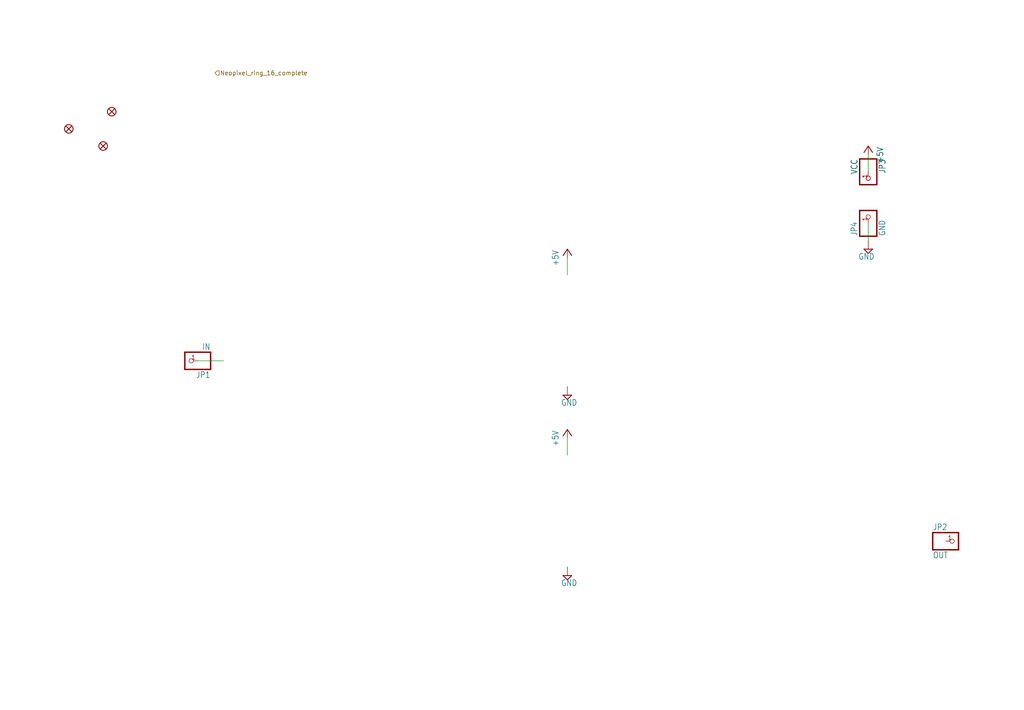
<source format=kicad_sch>
(kicad_sch (version 20231120) (generator "eeschema") (generator_version "8.0")
  (paper "User" 302.59 210.007)
  (lib_symbols
    (symbol "neopixel_ring_16-eagle-import:adafruit_PINHD-1X1CB"
      (property "Reference" "JP" (at -6.35 3.175 0))
      (symbol "adafruit_PINHD-1X1CB_1_0"
        (polyline (pts (xy -6.35 -2.54) (xy 1.27 -2.54)) (stroke (width 0.4064)))
        (polyline (pts (xy -6.35 2.54) (xy -6.35 -2.54)) (stroke (width 0.4064)))
        (polyline (pts (xy 1.27 -2.54) (xy 1.27 2.54)) (stroke (width 0.4064)))
        (polyline (pts (xy 1.27 2.54) (xy -6.35 2.54)) (stroke (width 0.4064)))
        (pin passive inverted (at -2.54 0 0) (length 2.54) (name "1") (number "1"))
      )
    )
    (symbol "neopixel_ring_16-eagle-import:microbuilder_FIDUCIAL{dblquote}{dblquote}"
      (symbol "microbuilder_FIDUCIAL{dblquote}{dblquote}_1_0"
        (polyline (pts (xy -0.762 0.762) (xy 0.762 -0.762)) (stroke (width 0.254)))
        (polyline (pts (xy 0.762 0.762) (xy -0.762 -0.762)) (stroke (width 0.254)))
        (circle (center 0 0) (radius 1.27) (stroke (width 0.254)))
      )
    )
    (symbol "neopixel_ring_16-eagle-import:supply1_+5V" (power)
      (symbol "supply1_+5V_1_0"
        (polyline (pts (xy 0 0) (xy -1.27 -1.905)) (stroke (width 0.254)))
        (polyline (pts (xy 1.27 -1.905) (xy 0 0)) (stroke (width 0.254)))
        (pin power_in line (at 0 -2.54 90) (length 2.54) (name "+5V") (number "1"))
      )
    )
    (symbol "neopixel_ring_16-eagle-import:supply2_GND" (power)
      (symbol "supply2_GND_1_0"
        (polyline (pts (xy -1.27 0) (xy 1.27 0)) (stroke (width 0.254)))
        (polyline (pts (xy 0 -1.27) (xy -1.27 0)) (stroke (width 0.254)))
        (polyline (pts (xy 1.27 0) (xy 0 -1.27)) (stroke (width 0.254)))
        (pin power_in line (at 0 2.54 270) (length 2.54) (name "GND") (number "1"))
      )
    )
  )
  (wire (pts (xy 256.54 45.72) (xy 256.54 50.8)) (stroke (width 0.1524)))
  (wire (pts (xy 58.42 106.68) (xy 66.04 106.68)) (stroke (width 0.1524)))
  (wire (pts (xy 167.64 129.54) (xy 167.64 134.62)) (stroke (width 0.1524)))
  (wire (pts (xy 167.64 76.2) (xy 167.64 81.28)) (stroke (width 0.1524)))
  (wire (pts (xy 256.54 71.12) (xy 256.54 66.04)) (stroke (width 0.1524)))
  (hierarchical_label "Neopixel_ring_16_complete" (shape input) (at 63.5 21.59 0))
  (symbol (lib_id "neopixel_ring_16-eagle-import:microbuilder_FIDUCIAL{dblquote}{dblquote}") (at 20.32 38.1 0) (unit 1)
    (property "Reference" "FID1" (effects (hide yes)))
    (property "Value" "FIDUCIAL{dblquote}{dblquote}" (effects (hide yes)))
    (property "Footprint" "neopixel_ring_16:FIDUCIAL_1MM" (effects (hide yes)))
  )
  (symbol (lib_id "neopixel_ring_16-eagle-import:adafruit_PINHD-1X1CB") (at 281.94 160.02 0) (unit 1)
    (property "Reference" "JP2" (at 275.59 156.845 0) (effects (font (size 1.778 1.5113)) (justify left bottom)))
    (property "Value" "OUT" (at 275.59 165.1 0) (effects (font (size 1.778 1.5113)) (justify left bottom)))
    (property "Footprint" "neopixel_ring_16:1X01-CLEANBIG" (effects (hide yes)))
  )
  (symbol (lib_id "neopixel_ring_16-eagle-import:adafruit_PINHD-1X1CB") (at 256.54 63.5 90) (unit 1)
    (property "Reference" "JP4" (at 253.365 69.85 0) (effects (font (size 1.778 1.5113)) (justify left bottom)))
    (property "Value" "GND" (at 261.62 69.85 0) (effects (font (size 1.778 1.5113)) (justify left bottom)))
    (property "Footprint" "neopixel_ring_16:1X01-CLEANBIG" (effects (hide yes)))
  )
  (symbol (lib_id "neopixel_ring_16-eagle-import:adafruit_PINHD-1X1CB") (at 256.54 53.34 270) (unit 1)
    (property "Reference" "JP3" (at 259.715 46.99 0) (effects (font (size 1.778 1.5113)) (justify left bottom)))
    (property "Value" "VCC" (at 251.46 46.99 0) (effects (font (size 1.778 1.5113)) (justify left bottom)))
    (property "Footprint" "neopixel_ring_16:1X01-CLEANBIG" (effects (hide yes)))
  )
  (symbol (lib_id "neopixel_ring_16-eagle-import:supply1_+5V") (at 256.54 43.18 0) (mirror y) (unit 1)
    (property "Reference" "#P+011" (effects (hide yes)))
    (property "Value" "+5V" (at 259.08 48.26 90) (effects (font (size 1.778 1.5113)) (justify left bottom)))
  )
  (symbol (lib_id "neopixel_ring_16-eagle-import:supply1_+5V") (at 167.64 127 0) (unit 1)
    (property "Reference" "#P+01" (effects (hide yes)))
    (property "Value" "+5V" (at 165.1 132.08 90) (effects (font (size 1.778 1.5113)) (justify left bottom)))
  )
  (symbol (lib_id "neopixel_ring_16-eagle-import:adafruit_PINHD-1X1CB") (at 55.88 106.68 180) (unit 1)
    (property "Reference" "JP1" (at 62.23 109.855 0) (effects (font (size 1.778 1.5113)) (justify left bottom)))
    (property "Value" "IN" (at 62.23 101.6 0) (effects (font (size 1.778 1.5113)) (justify left bottom)))
    (property "Footprint" "neopixel_ring_16:1X01-CLEANBIG" (effects (hide yes)))
  )
  (symbol (lib_id "neopixel_ring_16-eagle-import:microbuilder_FIDUCIAL{dblquote}{dblquote}") (at 30.48 43.18 0) (unit 1)
    (property "Reference" "FID3" (effects (hide yes)))
    (property "Value" "FIDUCIAL{dblquote}{dblquote}" (effects (hide yes)))
    (property "Footprint" "neopixel_ring_16:FIDUCIAL_1MM" (effects (hide yes)))
  )
  (symbol (lib_id "neopixel_ring_16-eagle-import:supply2_GND") (at 256.54 73.66 0) (mirror y) (unit 1)
    (property "Reference" "#SUPPLY02" (effects (hide yes)))
    (property "Value" "GND" (at 258.445 76.835 0) (effects (font (size 1.778 1.5113)) (justify left bottom)))
  )
  (symbol (lib_id "neopixel_ring_16-eagle-import:supply2_GND") (at 167.64 116.84 0) (unit 1)
    (property "Reference" "#SUPPLY03" (effects (hide yes)))
    (property "Value" "GND" (at 165.735 120.015 0) (effects (font (size 1.778 1.5113)) (justify left bottom)))
  )
  (symbol (lib_id "neopixel_ring_16-eagle-import:supply1_+5V") (at 167.64 73.66 0) (unit 1)
    (property "Reference" "#P+02" (effects (hide yes)))
    (property "Value" "+5V" (at 165.1 78.74 90) (effects (font (size 1.778 1.5113)) (justify left bottom)))
  )
  (symbol (lib_id "neopixel_ring_16-eagle-import:microbuilder_FIDUCIAL{dblquote}{dblquote}") (at 33.02 33.02 0) (unit 1)
    (property "Reference" "FID2" (effects (hide yes)))
    (property "Value" "FIDUCIAL{dblquote}{dblquote}" (effects (hide yes)))
    (property "Footprint" "neopixel_ring_16:FIDUCIAL_1MM" (effects (hide yes)))
  )
  (symbol (lib_id "neopixel_ring_16-eagle-import:supply2_GND") (at 167.64 170.18 0) (unit 1)
    (property "Reference" "#SUPPLY01" (effects (hide yes)))
    (property "Value" "GND" (at 165.735 173.355 0) (effects (font (size 1.778 1.5113)) (justify left bottom)))
  )
)
</source>
